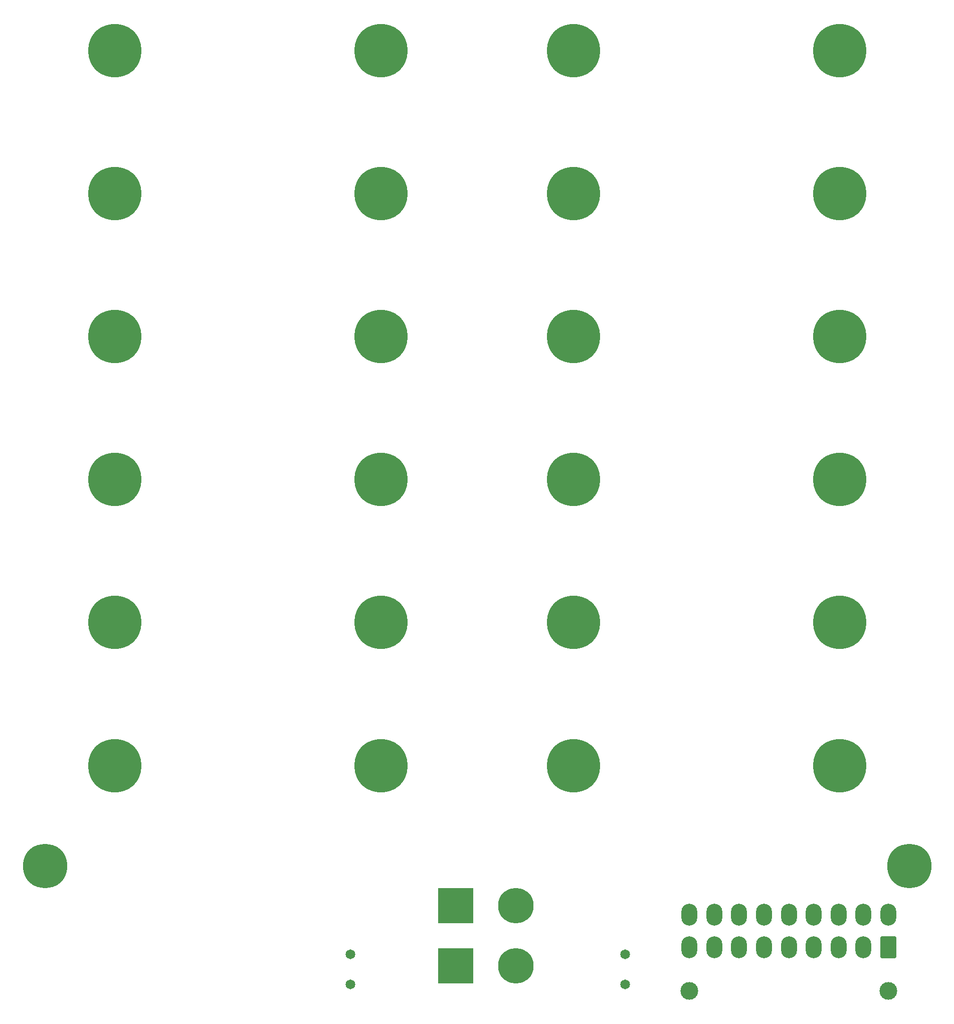
<source format=gts>
G04 #@! TF.GenerationSoftware,KiCad,Pcbnew,(6.0.8-1)-1*
G04 #@! TF.CreationDate,2023-03-04T15:57:30-08:00*
G04 #@! TF.ProjectId,URBAN_CELL_BOARD,55524241-4e5f-4434-954c-4c5f424f4152,rev?*
G04 #@! TF.SameCoordinates,Original*
G04 #@! TF.FileFunction,Soldermask,Top*
G04 #@! TF.FilePolarity,Negative*
%FSLAX46Y46*%
G04 Gerber Fmt 4.6, Leading zero omitted, Abs format (unit mm)*
G04 Created by KiCad (PCBNEW (6.0.8-1)-1) date 2023-03-04 15:57:30*
%MOMM*%
%LPD*%
G01*
G04 APERTURE LIST*
G04 Aperture macros list*
%AMRoundRect*
0 Rectangle with rounded corners*
0 $1 Rounding radius*
0 $2 $3 $4 $5 $6 $7 $8 $9 X,Y pos of 4 corners*
0 Add a 4 corners polygon primitive as box body*
4,1,4,$2,$3,$4,$5,$6,$7,$8,$9,$2,$3,0*
0 Add four circle primitives for the rounded corners*
1,1,$1+$1,$2,$3*
1,1,$1+$1,$4,$5*
1,1,$1+$1,$6,$7*
1,1,$1+$1,$8,$9*
0 Add four rect primitives between the rounded corners*
20,1,$1+$1,$2,$3,$4,$5,0*
20,1,$1+$1,$4,$5,$6,$7,0*
20,1,$1+$1,$6,$7,$8,$9,0*
20,1,$1+$1,$8,$9,$2,$3,0*%
G04 Aperture macros list end*
%ADD10C,9.000000*%
%ADD11R,6.000000X6.000000*%
%ADD12C,6.000000*%
%ADD13C,3.000000*%
%ADD14RoundRect,0.250001X1.099999X1.599999X-1.099999X1.599999X-1.099999X-1.599999X1.099999X-1.599999X0*%
%ADD15O,2.700000X3.700000*%
%ADD16C,1.650000*%
%ADD17C,7.500000*%
G04 APERTURE END LIST*
D10*
X148629000Y-119750000D03*
X103689000Y-119750000D03*
X226129000Y-119750000D03*
X181189000Y-119750000D03*
X148629000Y-143884000D03*
X103689000Y-143884000D03*
X226129000Y-168018000D03*
X181189000Y-168018000D03*
D11*
X161290000Y-274217500D03*
X161290000Y-264057500D03*
D12*
X171450000Y-274217500D03*
X171450000Y-264057500D03*
D13*
X234315000Y-278445000D03*
X200715000Y-278445000D03*
D14*
X234315000Y-271145000D03*
D15*
X230115000Y-271145000D03*
X225915000Y-271145000D03*
X221715000Y-271145000D03*
X217515000Y-271145000D03*
X213315000Y-271145000D03*
X209115000Y-271145000D03*
X204915000Y-271145000D03*
X200715000Y-271145000D03*
X234315000Y-265645000D03*
X230115000Y-265645000D03*
X225915000Y-265645000D03*
X221715000Y-265645000D03*
X217515000Y-265645000D03*
X213315000Y-265645000D03*
X209115000Y-265645000D03*
X204915000Y-265645000D03*
X200715000Y-265645000D03*
D16*
X189865000Y-272270000D03*
X189865000Y-277350000D03*
D10*
X148629000Y-192153000D03*
X103689000Y-192153000D03*
X226129000Y-192153000D03*
X181189000Y-192153000D03*
X148629000Y-168018000D03*
X103689000Y-168018000D03*
X226129000Y-216287000D03*
X181189000Y-216287000D03*
D17*
X237879000Y-257421000D03*
D10*
X148629000Y-240421000D03*
X103689000Y-240421000D03*
D16*
X143510000Y-272270000D03*
X143510000Y-277350000D03*
D10*
X226129000Y-240421000D03*
X181189000Y-240421000D03*
D17*
X91879000Y-257421000D03*
D10*
X148629000Y-216287000D03*
X103689000Y-216287000D03*
X226129000Y-143884000D03*
X181189000Y-143884000D03*
M02*

</source>
